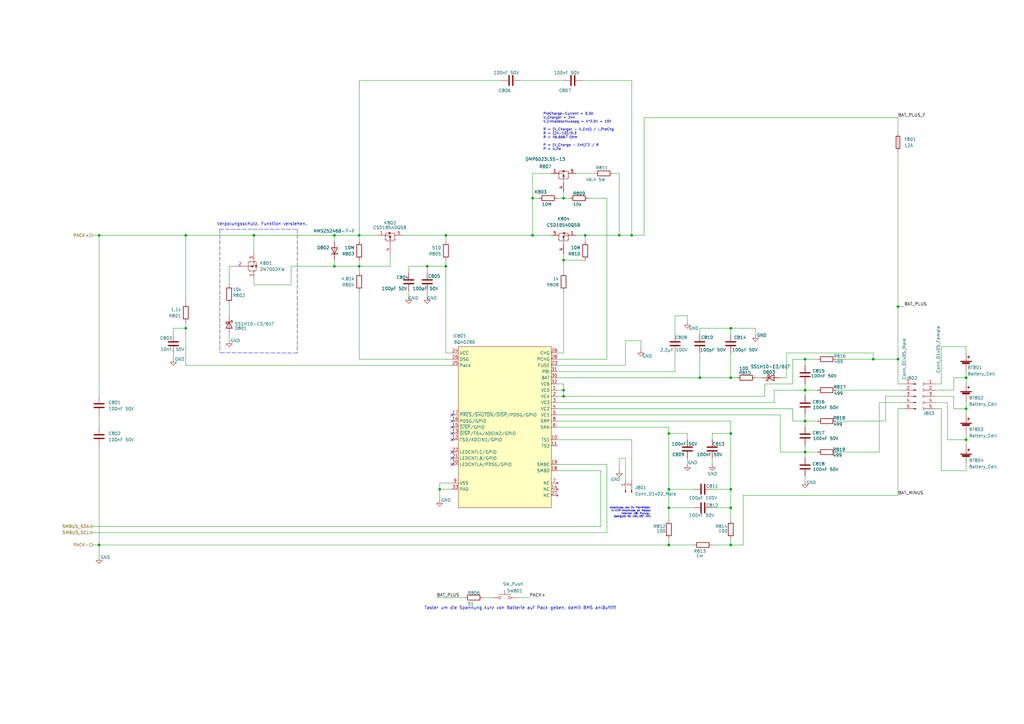
<source format=kicad_sch>
(kicad_sch (version 20231120) (generator "eeschema") (generator_version "8.0")
  (paper "A3")
  (title_block (date "2022-01-24"))
  (lib_symbols
    (symbol "Connector:Conn_01x02_Male" (pin_names (offset 1.016) hide)
      (property "Reference" "J" (at 0 2.54 0))
      (property "Value" "Conn_01x02_Male" (at 0 -5.08 0))
      (symbol "Conn_01x02_Male_1_1"
        (polyline (pts (xy 1.27 -2.54) (xy 0.8636 -2.54)) (stroke (width 0.1524)))
        (polyline (pts (xy 1.27 0) (xy 0.8636 0)) (stroke (width 0.1524)))
        (rectangle (start 0.8636 -2.413) (end 0 -2.667) (stroke (width 0.1524)) (fill (type outline)))
        (rectangle (start 0.8636 0.127) (end 0 -0.127) (stroke (width 0.1524)) (fill (type outline)))
        (pin passive line (at 5.08 0 180) (length 3.81) (name "Pin_1") (number "1"))
        (pin passive line (at 5.08 -2.54 180) (length 3.81) (name "Pin_2") (number "2"))
      )
    )
    (symbol "Connector:Conn_01x05_Female" (pin_names (offset 1.016) hide)
      (property "Reference" "J" (at 0 7.62 0))
      (property "Value" "Conn_01x05_Female" (at 0 -7.62 0))
      (symbol "Conn_01x05_Female_1_1"
        (arc (start 0 -4.572) (mid -0.5058 -5.08) (end 0 -5.588) (stroke (width 0.1524)))
        (arc (start 0 -2.032) (mid -0.5058 -2.54) (end 0 -3.048) (stroke (width 0.1524)))
        (polyline (pts (xy -1.27 -5.08) (xy -0.508 -5.08)) (stroke (width 0.1524)))
        (polyline (pts (xy -1.27 -2.54) (xy -0.508 -2.54)) (stroke (width 0.1524)))
        (polyline (pts (xy -1.27 0) (xy -0.508 0)) (stroke (width 0.1524)))
        (polyline (pts (xy -1.27 2.54) (xy -0.508 2.54)) (stroke (width 0.1524)))
        (polyline (pts (xy -1.27 5.08) (xy -0.508 5.08)) (stroke (width 0.1524)))
        (arc (start 0 0.508) (mid -0.5058 0) (end 0 -0.508) (stroke (width 0.1524)))
        (arc (start 0 3.048) (mid -0.5058 2.54) (end 0 2.032) (stroke (width 0.1524)))
        (arc (start 0 5.588) (mid -0.5058 5.08) (end 0 4.572) (stroke (width 0.1524)))
        (pin passive line (at -5.08 5.08 0) (length 3.81) (name "Pin_1") (number "1"))
        (pin passive line (at -5.08 2.54 0) (length 3.81) (name "Pin_2") (number "2"))
        (pin passive line (at -5.08 0 0) (length 3.81) (name "Pin_3") (number "3"))
        (pin passive line (at -5.08 -2.54 0) (length 3.81) (name "Pin_4") (number "4"))
        (pin passive line (at -5.08 -5.08 0) (length 3.81) (name "Pin_5") (number "5"))
      )
    )
    (symbol "Connector:Conn_01x05_Male" (pin_names (offset 1.016) hide)
      (property "Reference" "J" (at 0 7.62 0))
      (property "Value" "Conn_01x05_Male" (at 0 -7.62 0))
      (symbol "Conn_01x05_Male_1_1"
        (polyline (pts (xy 1.27 -5.08) (xy 0.8636 -5.08)) (stroke (width 0.1524)))
        (polyline (pts (xy 1.27 -2.54) (xy 0.8636 -2.54)) (stroke (width 0.1524)))
        (polyline (pts (xy 1.27 0) (xy 0.8636 0)) (stroke (width 0.1524)))
        (polyline (pts (xy 1.27 2.54) (xy 0.8636 2.54)) (stroke (width 0.1524)))
        (polyline (pts (xy 1.27 5.08) (xy 0.8636 5.08)) (stroke (width 0.1524)))
        (rectangle (start 0.8636 -4.953) (end 0 -5.207) (stroke (width 0.1524)) (fill (type outline)))
        (rectangle (start 0.8636 -2.413) (end 0 -2.667) (stroke (width 0.1524)) (fill (type outline)))
        (rectangle (start 0.8636 0.127) (end 0 -0.127) (stroke (width 0.1524)) (fill (type outline)))
        (rectangle (start 0.8636 2.667) (end 0 2.413) (stroke (width 0.1524)) (fill (type outline)))
        (rectangle (start 0.8636 5.207) (end 0 4.953) (stroke (width 0.1524)) (fill (type outline)))
        (pin passive line (at 5.08 5.08 180) (length 3.81) (name "Pin_1") (number "1"))
        (pin passive line (at 5.08 2.54 180) (length 3.81) (name "Pin_2") (number "2"))
        (pin passive line (at 5.08 0 180) (length 3.81) (name "Pin_3") (number "3"))
        (pin passive line (at 5.08 -2.54 180) (length 3.81) (name "Pin_4") (number "4"))
        (pin passive line (at 5.08 -5.08 180) (length 3.81) (name "Pin_5") (number "5"))
      )
    )
    (symbol "Device:Battery_Cell" (pin_numbers hide) (pin_names (offset 0) hide)
      (property "Reference" "BT" (at 2.54 2.54 0))
      (property "Value" "Battery_Cell" (at 2.54 0 0))
      (symbol "Battery_Cell_0_1"
        (rectangle (start -2.286 1.778) (end 2.286 1.524) (fill (type outline)))
        (rectangle (start -1.5748 1.1938) (end 1.4732 0.6858) (fill (type outline)))
        (polyline (pts (xy 0 0.762) (xy 0 0)))
        (polyline (pts (xy 0 1.778) (xy 0 2.54)))
        (polyline (pts (xy 0.508 3.429) (xy 1.524 3.429)) (stroke (width 0.254)))
        (polyline (pts (xy 1.016 3.937) (xy 1.016 2.921)) (stroke (width 0.254)))
      )
      (symbol "Battery_Cell_1_1"
        (pin passive line (at 0 5.08 270) (length 2.54) (name "+") (number "1"))
        (pin passive line (at 0 -2.54 90) (length 2.54) (name "-") (number "2"))
      )
    )
    (symbol "Device:C" (pin_numbers hide) (pin_names (offset 0.254))
      (property "Reference" "C" (at 0.635 2.54 0))
      (property "Value" "C" (at 0.635 -2.54 0))
      (symbol "C_0_1"
        (polyline (pts (xy -2.032 -0.762) (xy 2.032 -0.762)) (stroke (width 0.508)))
        (polyline (pts (xy -2.032 0.762) (xy 2.032 0.762)) (stroke (width 0.508)))
      )
      (symbol "C_1_1"
        (pin passive line (at 0 3.81 270) (length 2.794) (name "~") (number "1"))
        (pin passive line (at 0 -3.81 90) (length 2.794) (name "~") (number "2"))
      )
    )
    (symbol "Device:D_Schottky" (pin_numbers hide) (pin_names (offset 1.016) hide)
      (property "Reference" "D" (at 0 2.54 0))
      (property "Value" "D_Schottky" (at 0 -2.54 0))
      (symbol "D_Schottky_0_1"
        (polyline (pts (xy 1.27 0) (xy -1.27 0)))
        (polyline (pts (xy 1.27 1.27) (xy 1.27 -1.27) (xy -1.27 0) (xy 1.27 1.27)) (stroke (width 0.254)))
        (polyline (pts (xy -1.905 0.635) (xy -1.905 1.27) (xy -1.27 1.27) (xy -1.27 -1.27) (xy -0.635 -1.27) (xy -0.635 -0.635)) (stroke (width 0.254)))
      )
      (symbol "D_Schottky_1_1"
        (pin passive line (at -3.81 0 0) (length 2.54) (name "K") (number "1"))
        (pin passive line (at 3.81 0 180) (length 2.54) (name "A") (number "2"))
      )
    )
    (symbol "Device:D_Zener" (pin_numbers hide) (pin_names (offset 1.016) hide)
      (property "Reference" "D" (at 0 2.54 0))
      (property "Value" "D_Zener" (at 0 -2.54 0))
      (symbol "D_Zener_0_1"
        (polyline (pts (xy 1.27 0) (xy -1.27 0)))
        (polyline (pts (xy -1.27 -1.27) (xy -1.27 1.27) (xy -0.762 1.27)) (stroke (width 0.254)))
        (polyline (pts (xy 1.27 -1.27) (xy 1.27 1.27) (xy -1.27 0) (xy 1.27 -1.27)) (stroke (width 0.254)))
      )
      (symbol "D_Zener_1_1"
        (pin passive line (at -3.81 0 0) (length 2.54) (name "K") (number "1"))
        (pin passive line (at 3.81 0 180) (length 2.54) (name "A") (number "2"))
      )
    )
    (symbol "Device:Fuse" (pin_numbers hide) (pin_names (offset 0))
      (property "Reference" "F" (at 2.032 0 90))
      (property "Value" "Fuse" (at -1.905 0 90))
      (symbol "Fuse_0_1"
        (rectangle (start -0.762 -2.54) (end 0.762 2.54) (stroke (width 0.254)))
        (polyline (pts (xy 0 2.54) (xy 0 -2.54)))
      )
      (symbol "Fuse_1_1"
        (pin passive line (at 0 3.81 270) (length 1.27) (name "~") (number "1"))
        (pin passive line (at 0 -3.81 90) (length 1.27) (name "~") (number "2"))
      )
    )
    (symbol "Device:R" (pin_numbers hide) (pin_names (offset 0))
      (property "Reference" "R" (at 2.032 0 90))
      (property "Value" "R" (at 0 0 90))
      (symbol "R_0_1"
        (rectangle (start -1.016 -2.54) (end 1.016 2.54) (stroke (width 0.254)))
      )
      (symbol "R_1_1"
        (pin passive line (at 0 3.81 270) (length 1.27) (name "~") (number "1"))
        (pin passive line (at 0 -3.81 90) (length 1.27) (name "~") (number "2"))
      )
    )
    (symbol "HER_Symbole:BQ40Z80"
      (property "Reference" "U?" (at -6.985 -7.62 0))
      (property "Value" "BQ40Z80" (at -6.985 -10.16 0))
      (symbol "BQ40Z80_0_1"
        (rectangle (start -12.7 -12.7) (end 25.4 -78.74) (fill (type background)))
        (rectangle (start 7.62 -25.4) (end 7.62 -25.4))
      )
      (symbol "BQ40Z80_1_1"
        (pin input line (at -15.24 -30.48 0) (length 2.54) (name "VC5") (number "1"))
        (pin bidirectional line (at -15.24 -50.8 0) (length 2.54) (name "TS1") (number "10"))
        (pin input line (at -15.24 -53.34 0) (length 2.54) (name "TS2") (number "11"))
        (pin bidirectional line (at 27.94 -50.8 180) (length 2.54) (name "TS3/ADCIN1/GPIO") (number "12"))
        (pin bidirectional line (at 27.94 -48.26 180) (length 2.54) (name "~{DISP}/TS4/ADCIN2/GPIO") (number "13"))
        (pin no_connect line (at -15.24 -71.12 0) (length 2.54) (name "NC") (number "14"))
        (pin bidirectional line (at 27.94 -45.72 180) (length 2.54) (name "~{DISP}/GPIO") (number "15"))
        (pin bidirectional line (at 27.94 -43.18 180) (length 2.54) (name "PDSG/GPIO") (number "16"))
        (pin bidirectional line (at 27.94 -40.64 180) (length 2.54) (name "~{PRES}/~{SHUTDN}/~{DISP}/PDSG/GPIO") (number "17"))
        (pin bidirectional line (at -15.24 -63.5 0) (length 2.54) (name "SMBD") (number "18"))
        (pin bidirectional line (at -15.24 -60.96 0) (length 2.54) (name "SMBC") (number "19"))
        (pin input line (at -15.24 -33.02 0) (length 2.54) (name "VC4") (number "2"))
        (pin output line (at 27.94 -60.96 180) (length 2.54) (name "LEDCNTLA/PDSG/GPIO") (number "20"))
        (pin output line (at 27.94 -58.42 180) (length 2.54) (name "LEDCNTLB/GPIO") (number "21"))
        (pin output line (at 27.94 -55.88 180) (length 2.54) (name "LEDCNTLC/GPIO") (number "22"))
        (pin output line (at -15.24 -20.32 0) (length 2.54) (name "FUSE") (number "23"))
        (pin power_in line (at 27.94 -15.24 180) (length 2.54) (name "VCC") (number "24"))
        (pin output line (at 27.94 -20.32 180) (length 2.54) (name "Pack") (number "25"))
        (pin output line (at 27.94 -17.78 180) (length 2.54) (name "DSG") (number "26"))
        (pin no_connect line (at -15.24 -73.66 0) (length 2.54) (name "NC") (number "27"))
        (pin output line (at -15.24 -17.78 0) (length 2.54) (name "PCHG") (number "28"))
        (pin output line (at -15.24 -15.24 0) (length 2.54) (name "CHG") (number "29"))
        (pin input line (at -15.24 -35.56 0) (length 2.54) (name "VC3") (number "3"))
        (pin power_in line (at -15.24 -25.4 0) (length 2.54) (name "BAT") (number "30"))
        (pin power_in line (at -15.24 -22.86 0) (length 2.54) (name "PBI") (number "31"))
        (pin input line (at -15.24 -27.94 0) (length 2.54) (name "VC6") (number "32"))
        (pin passive line (at 27.94 -71.12 180) (length 2.54) (name "PAD") (number "33"))
        (pin input line (at -15.24 -38.1 0) (length 2.54) (name "VC2") (number "4"))
        (pin input line (at -15.24 -40.64 0) (length 2.54) (name "VC1") (number "5"))
        (pin input line (at -15.24 -45.72 0) (length 2.54) (name "SRN") (number "6"))
        (pin no_connect line (at -15.24 -68.58 0) (length 2.54) (name "NC") (number "7"))
        (pin input line (at -15.24 -43.18 0) (length 2.54) (name "SRP") (number "8"))
        (pin power_in line (at 27.94 -68.58 180) (length 2.54) (name "VSS") (number "9"))
      )
    )
    (symbol "HER_Symbole:NMOS_FET"
      (property "Reference" "K" (at 5.461 2.159 0))
      (property "Value" "NMOS_FET" (at 8.255 5.334 0))
      (symbol "NMOS_FET_0_1"
        (circle (center 0 -1.905) (radius 0.127))
        (polyline (pts (xy -3.81 0) (xy -2.286 0)))
        (polyline (pts (xy -2.286 -1.905) (xy -2.286 1.905)))
        (polyline (pts (xy -1.778 -1.524) (xy -1.778 -2.286)))
        (polyline (pts (xy -1.778 0.381) (xy -1.778 -0.381)))
        (polyline (pts (xy -1.778 1.905) (xy 0 1.905)))
        (polyline (pts (xy -1.778 2.286) (xy -1.778 1.524)))
        (polyline (pts (xy 0.508 -0.254) (xy 1.27 -0.254)))
        (polyline (pts (xy -1.778 0) (xy 0 0) (xy 0 2.032)))
        (polyline (pts (xy -1.397 0) (xy -0.508 0.381) (xy -0.508 -0.381) (xy -1.397 0)) (fill (type outline)))
        (polyline (pts (xy 0.889 -0.254) (xy 1.27 0.381) (xy 0.508 0.381) (xy 0.889 -0.254)) (fill (type outline)))
        (polyline (pts (xy -1.778 -1.905) (xy 0.254 -1.905) (xy 0.889 -1.905) (xy 0.889 1.905) (xy 0.254 1.905) (xy 0 1.905)))
        (circle (center 0 1.905) (radius 0.127))
      )
      (symbol "NMOS_FET_1_1"
        (pin passive line (at 0 -5.08 90) (length 3.048) (name "") (number "1"))
        (pin passive line (at -7.62 0 0) (length 3.81) (name "") (number "2"))
        (pin passive line (at 0 5.08 270) (length 3.048) (name "") (number "3"))
      )
    )
    (symbol "HER_Symbole:NMOS_FET_8-Pin+EP"
      (property "Reference" "K" (at 0.127 4.318 0))
      (property "Value" "NMOS_FET_8-Pin+EP" (at -3.81 7.366 0))
      (symbol "NMOS_FET_8-Pin+EP_0_1"
        (polyline (pts (xy 3.81 0) (xy 5.334 0)))
        (polyline (pts (xy 5.334 -1.905) (xy 5.334 1.905)))
        (polyline (pts (xy 5.842 -1.524) (xy 5.842 -2.286)))
        (polyline (pts (xy 5.842 0.381) (xy 5.842 -0.381)))
        (polyline (pts (xy 5.842 1.905) (xy 7.62 1.905)))
        (polyline (pts (xy 5.842 2.286) (xy 5.842 1.524)))
        (polyline (pts (xy 8.128 -0.127) (xy 8.89 -0.127)))
        (polyline (pts (xy 5.842 0) (xy 7.62 0) (xy 7.62 2.032)))
        (polyline (pts (xy 6.35 0) (xy 7.239 0.381) (xy 7.239 -0.381) (xy 6.35 0)) (fill (type outline)))
        (polyline (pts (xy 8.509 -0.127) (xy 8.128 0.508) (xy 8.89 0.508) (xy 8.509 -0.127)) (fill (type outline)))
        (polyline (pts (xy 5.842 -1.905) (xy 7.874 -1.905) (xy 8.509 -1.905) (xy 8.509 1.905) (xy 7.874 1.905) (xy 7.62 1.905)))
        (circle (center 7.62 -1.905) (radius 0.127))
        (circle (center 7.62 1.905) (radius 0.127))
      )
      (symbol "NMOS_FET_8-Pin+EP_1_1"
        (pin passive line (at 7.62 5.08 270) (length 3.048) (name "") (number "1"))
        (pin passive line (at 7.62 5.08 270) (length 3.048) hide (name "") (number "2"))
        (pin passive line (at 7.62 5.08 270) (length 3.048) hide (name "") (number "3"))
        (pin passive line (at 0 0 0) (length 3.81) (name "") (number "4"))
        (pin passive line (at 7.62 -5.08 90) (length 3.048) (name "") (number "5"))
        (pin passive line (at 7.62 -5.08 90) (length 3.048) hide (name "") (number "6"))
        (pin passive line (at 7.62 -5.08 90) (length 3.048) hide (name "") (number "7"))
        (pin passive line (at 7.62 -5.08 90) (length 3.048) hide (name "") (number "8"))
        (pin passive line (at 7.62 -5.08 90) (length 3.048) hide (name "") (number "9"))
      )
    )
    (symbol "HER_Symbole:PMOS_FET_SOIC-8"
      (property "Reference" "K" (at 0.127 4.318 0))
      (property "Value" "PMOS_FET_SOIC-8" (at -3.81 7.366 0))
      (symbol "PMOS_FET_SOIC-8_0_1"
        (polyline (pts (xy 3.81 0) (xy 5.334 0)))
        (polyline (pts (xy 5.334 -1.905) (xy 5.334 1.905)))
        (polyline (pts (xy 5.842 -1.524) (xy 5.842 -2.286)))
        (polyline (pts (xy 5.842 0.381) (xy 5.842 -0.381)))
        (polyline (pts (xy 5.842 1.905) (xy 7.62 1.905)))
        (polyline (pts (xy 5.842 2.286) (xy 5.842 1.524)))
        (polyline (pts (xy 8.128 0.381) (xy 8.89 0.381)))
        (polyline (pts (xy 5.842 0) (xy 7.62 0) (xy 7.62 2.032)))
        (polyline (pts (xy 7.239 0) (xy 6.35 -0.381) (xy 6.35 0.381) (xy 7.239 0)) (fill (type outline)))
        (polyline (pts (xy 8.509 0.381) (xy 8.128 -0.254) (xy 8.89 -0.254) (xy 8.509 0.381)) (fill (type outline)))
        (polyline (pts (xy 5.842 -1.905) (xy 7.874 -1.905) (xy 8.509 -1.905) (xy 8.509 1.905) (xy 7.874 1.905) (xy 7.62 1.905)))
        (circle (center 7.62 -1.905) (radius 0.127))
        (circle (center 7.62 1.905) (radius 0.127))
      )
      (symbol "PMOS_FET_SOIC-8_1_1"
        (pin passive line (at 7.62 5.08 270) (length 3.048) (name "") (number "1"))
        (pin passive line (at 7.62 5.08 270) (length 3.048) hide (name "") (number "2"))
        (pin passive line (at 7.62 5.08 270) (length 3.048) hide (name "") (number "3"))
        (pin passive line (at 0 0 0) (length 3.81) (name "") (number "4"))
        (pin passive line (at 7.62 -5.08 90) (length 3.048) (name "") (number "5"))
        (pin passive line (at 7.62 -5.08 90) (length 3.048) hide (name "") (number "6"))
        (pin passive line (at 7.62 -5.08 90) (length 3.048) hide (name "") (number "7"))
        (pin passive line (at 7.62 -5.08 90) (length 3.048) hide (name "") (number "8"))
      )
    )
    (symbol "Switch:SW_Push" (pin_numbers hide) (pin_names (offset 1.016) hide)
      (property "Reference" "SW" (at 1.27 2.54 0))
      (property "Value" "SW_Push" (at 0 -1.524 0))
      (symbol "SW_Push_0_1"
        (circle (center -2.032 0) (radius 0.508))
        (polyline (pts (xy 0 1.27) (xy 0 3.048)))
        (polyline (pts (xy 2.54 1.27) (xy -2.54 1.27)))
        (circle (center 2.032 0) (radius 0.508))
        (pin passive line (at -5.08 0 0) (length 2.54) (name "1") (number "1"))
        (pin passive line (at 5.08 0 180) (length 2.54) (name "2") (number "2"))
      )
    )
    (symbol "power:GND" (power) (pin_names (offset 0))
      (property "Value" "GND" (at 0 -3.81 0))
      (symbol "GND_0_1"
        (polyline (pts (xy 0 0) (xy 0 -1.27) (xy 1.27 -1.27) (xy 0 -2.54) (xy -1.27 -1.27) (xy 0 -1.27)))
      )
      (symbol "GND_1_1"
        (pin power_in line (at 0 0 270) (length 0) hide (name "GND") (number "1"))
      )
    )
  )
  (junction (at 231.14 81.28))
  (junction (at 274.32 208.28))
  (junction (at 330.2 185.42))
  (junction (at 104.14 96.52))
  (junction (at 299.72 154.94))
  (junction (at 240.03 96.52))
  (junction (at 396.24 167.64))
  (junction (at 76.2 134.62))
  (junction (at 274.32 223.52))
  (junction (at 182.88 109.22))
  (junction (at 254 96.52))
  (junction (at 358.14 147.32))
  (junction (at 299.72 208.28))
  (junction (at 40.64 223.52))
  (junction (at 175.26 109.22))
  (junction (at 76.2 96.52))
  (junction (at 330.2 147.32))
  (junction (at 218.44 96.52))
  (junction (at 368.3 125.73))
  (junction (at 147.32 109.22))
  (junction (at 396.24 154.94))
  (junction (at 40.64 96.52))
  (junction (at 231.14 162.56))
  (junction (at 287.02 154.94))
  (junction (at 147.32 96.52))
  (junction (at 137.16 109.22))
  (junction (at 299.72 200.66))
  (junction (at 330.2 160.02))
  (junction (at 299.72 223.52))
  (junction (at 274.32 177.8))
  (junction (at 259.08 96.52))
  (junction (at 137.16 96.52))
  (junction (at 299.72 177.8))
  (junction (at 330.2 172.72))
  (junction (at 218.44 81.28))
  (junction (at 180.34 200.66))
  (junction (at 231.14 160.02))
  (junction (at 274.32 200.66))
  (junction (at 368.3 147.32))
  (junction (at 182.88 96.52))
  (junction (at 299.72 134.62))
  (junction (at 396.24 180.34))
  (junction (at 231.14 106.68))
  (no_connect (at 185.42 170.18))
  (no_connect (at 185.42 180.34))
  (no_connect (at 185.42 177.8))
  (no_connect (at 185.42 175.26))
  (no_connect (at 185.42 172.72))
  (no_connect (at 185.42 190.5))
  (no_connect (at 185.42 187.96))
  (no_connect (at 185.42 185.42))
  (wire (pts (xy 335.28 172.72) (xy 330.2 172.72)))
  (wire (pts (xy 330.2 160.02) (xy 330.2 162.306)))
  (wire (pts (xy 231.14 157.48) (xy 231.14 160.02)))
  (wire (pts (xy 40.64 170.18) (xy 40.64 175.26)))
  (wire (pts (xy 335.28 160.02) (xy 330.2 160.02)))
  (wire (pts (xy 119.38 109.22) (xy 137.16 109.22)))
  (wire (pts (xy 147.32 147.32) (xy 185.42 147.32)))
  (wire (pts (xy 104.14 96.52) (xy 137.16 96.52)))
  (wire (pts (xy 287.02 134.62) (xy 287.02 137.16)))
  (wire (pts (xy 299.72 220.98) (xy 299.72 223.52)))
  (wire (pts (xy 383.54 160.02) (xy 391.16 160.02)))
  (wire (pts (xy 281.94 187.96) (xy 281.94 190.5)))
  (wire (pts (xy 274.32 208.28) (xy 274.32 200.66)))
  (wire (pts (xy 299.72 172.72) (xy 299.72 177.8)))
  (wire (pts (xy 368.3 48.26) (xy 368.3 54.61)))
  (wire (pts (xy 231.14 81.28) (xy 233.68 81.28)))
  (wire (pts (xy 396.24 144.78) (xy 396.24 142.24)))
  (wire (pts (xy 370.586 162.56) (xy 363.22 162.56)))
  (wire (pts (xy 93.98 137.16) (xy 93.98 139.7)))
  (wire (pts (xy 231.14 119.38) (xy 231.14 144.78)))
  (wire (pts (xy 218.44 71.12) (xy 218.44 81.28)))
  (wire (pts (xy 185.42 144.78) (xy 182.88 144.78)))
  (wire (pts (xy 256.54 187.96) (xy 254 187.96)))
  (wire (pts (xy 240.03 96.52) (xy 240.03 99.06)))
  (polyline (pts (xy 90.17 93.98) (xy 121.92 93.98)) (stroke (width 0) (type dash)))
  (wire (pts (xy 96.52 109.22) (xy 93.98 109.22)))
  (wire (pts (xy 330.2 160.02) (xy 317.5 160.02)))
  (wire (pts (xy 368.3 125.73) (xy 368.3 147.32)))
  (wire (pts (xy 179.07 245.11) (xy 190.5 245.11)))
  (wire (pts (xy 386.08 193.04) (xy 396.24 193.04)))
  (wire (pts (xy 231.14 162.56) (xy 313.69 162.56)))
  (wire (pts (xy 119.38 116.84) (xy 119.38 109.22)))
  (wire (pts (xy 93.98 109.22) (xy 93.98 116.84)))
  (wire (pts (xy 218.44 96.52) (xy 226.06 96.52)))
  (wire (pts (xy 370.586 167.64) (xy 368.3 167.64)))
  (wire (pts (xy 284.48 208.28) (xy 274.32 208.28)))
  (wire (pts (xy 212.09 245.11) (xy 217.17 245.11)))
  (wire (pts (xy 330.2 169.926) (xy 330.2 172.72)))
  (wire (pts (xy 254 187.96) (xy 254 193.04)))
  (wire (pts (xy 309.88 134.62) (xy 309.88 137.4775)))
  (wire (pts (xy 231.14 104.14) (xy 231.14 106.68)))
  (wire (pts (xy 180.34 200.66) (xy 185.42 200.66)))
  (wire (pts (xy 304.8 223.52) (xy 304.8 203.2)))
  (wire (pts (xy 147.32 119.38) (xy 147.32 147.32)))
  (wire (pts (xy 368.3 62.23) (xy 368.3 125.73)))
  (polyline (pts (xy 121.92 119.126) (xy 121.92 144.78)) (stroke (width 0) (type dash)))
  (wire (pts (xy 322.58 144.78) (xy 322.58 154.94)))
  (wire (pts (xy 386.08 167.64) (xy 386.08 193.04)))
  (wire (pts (xy 342.9 147.32) (xy 358.14 147.32)))
  (wire (pts (xy 299.72 177.8) (xy 292.1 177.8)))
  (wire (pts (xy 370.84 125.73) (xy 368.3 125.73)))
  (wire (pts (xy 388.62 180.34) (xy 396.24 180.34)))
  (wire (pts (xy 71.12 134.62) (xy 71.12 137.16)))
  (wire (pts (xy 104.14 96.52) (xy 104.14 104.14)))
  (wire (pts (xy 299.72 208.28) (xy 292.1 208.28)))
  (wire (pts (xy 40.64 96.52) (xy 76.2 96.52)))
  (wire (pts (xy 325.12 147.32) (xy 325.12 157.48)))
  (wire (pts (xy 330.2 149.86) (xy 330.2 147.32)))
  (wire (pts (xy 330.2 195.326) (xy 330.2 197.612)))
  (wire (pts (xy 335.28 185.42) (xy 330.2 185.42)))
  (wire (pts (xy 228.6 81.28) (xy 231.14 81.28)))
  (wire (pts (xy 231.14 160.02) (xy 231.14 162.56)))
  (wire (pts (xy 256.54 139.7) (xy 262.89 139.7)))
  (wire (pts (xy 299.72 223.52) (xy 304.8 223.52)))
  (wire (pts (xy 330.2 182.626) (xy 330.2 185.42)))
  (wire (pts (xy 228.6 144.78) (xy 231.14 144.78)))
  (wire (pts (xy 160.02 109.22) (xy 160.02 104.14)))
  (wire (pts (xy 281.94 177.8) (xy 281.94 180.34)))
  (wire (pts (xy 299.72 144.78) (xy 299.72 154.94)))
  (wire (pts (xy 254 96.52) (xy 259.08 96.52)))
  (wire (pts (xy 342.9 160.02) (xy 370.586 160.02)))
  (wire (pts (xy 299.72 134.62) (xy 287.02 134.62)))
  (wire (pts (xy 254 71.12) (xy 254 96.52)))
  (wire (pts (xy 342.9 172.72) (xy 363.22 172.72)))
  (wire (pts (xy 228.6 172.72) (xy 299.72 172.72)))
  (wire (pts (xy 360.68 165.1) (xy 360.68 185.42)))
  (wire (pts (xy 147.32 96.52) (xy 147.32 33.02)))
  (wire (pts (xy 299.72 177.8) (xy 299.72 200.66)))
  (wire (pts (xy 137.16 96.52) (xy 147.32 96.52)))
  (wire (pts (xy 330.2 185.42) (xy 330.2 187.706)))
  (wire (pts (xy 147.32 96.52) (xy 147.32 99.06)))
  (wire (pts (xy 386.08 142.24) (xy 386.08 157.48)))
  (wire (pts (xy 325.12 167.64) (xy 325.12 172.72)))
  (wire (pts (xy 322.58 144.78) (xy 358.14 144.78)))
  (wire (pts (xy 358.14 147.32) (xy 358.14 144.78)))
  (wire (pts (xy 175.26 119.38) (xy 175.26 121.92)))
  (wire (pts (xy 383.54 162.56) (xy 391.16 162.56)))
  (wire (pts (xy 137.16 96.52) (xy 137.16 99.06)))
  (wire (pts (xy 330.2 185.42) (xy 320.04 185.42)))
  (wire (pts (xy 40.64 96.52) (xy 40.64 162.56)))
  (wire (pts (xy 299.72 134.62) (xy 309.88 134.62)))
  (wire (pts (xy 182.88 99.06) (xy 182.88 96.52)))
  (wire (pts (xy 228.6 152.4) (xy 276.86 152.4)))
  (wire (pts (xy 167.64 109.22) (xy 167.64 111.76)))
  (wire (pts (xy 240.03 96.52) (xy 254 96.52)))
  (wire (pts (xy 274.32 200.66) (xy 274.32 177.8)))
  (wire (pts (xy 391.16 154.94) (xy 396.24 154.94)))
  (wire (pts (xy 284.48 223.52) (xy 274.32 223.52)))
  (wire (pts (xy 76.2 96.52) (xy 104.14 96.52)))
  (wire (pts (xy 228.6 154.94) (xy 287.02 154.94)))
  (wire (pts (xy 396.24 180.34) (xy 396.24 182.88)))
  (wire (pts (xy 104.14 116.84) (xy 119.38 116.84)))
  (wire (pts (xy 299.72 200.66) (xy 299.72 208.28)))
  (wire (pts (xy 226.06 71.12) (xy 218.44 71.12)))
  (wire (pts (xy 396.24 154.94) (xy 396.24 157.226)))
  (polyline (pts (xy 121.92 119.38) (xy 121.92 119.126)) (stroke (width 0) (type dash)))
  (wire (pts (xy 383.54 157.48) (xy 386.08 157.48)))
  (wire (pts (xy 256.54 187.96) (xy 256.54 196.85)))
  (wire (pts (xy 147.32 96.52) (xy 154.94 96.52)))
  (wire (pts (xy 185.42 149.86) (xy 76.2 149.86)))
  (wire (pts (xy 228.6 162.56) (xy 231.14 162.56)))
  (wire (pts (xy 40.64 223.52) (xy 274.32 223.52)))
  (wire (pts (xy 38.1 223.4565) (xy 40.64 223.52)))
  (wire (pts (xy 368.3 147.32) (xy 368.3 157.48)))
  (wire (pts (xy 396.24 142.24) (xy 386.08 142.24)))
  (wire (pts (xy 330.2 147.32) (xy 325.12 147.32)))
  (wire (pts (xy 38.1 215.9) (xy 246.38 215.9)))
  (wire (pts (xy 228.6 167.64) (xy 325.12 167.64)))
  (wire (pts (xy 320.04 154.94) (xy 322.58 154.94)))
  (wire (pts (xy 246.38 193.04) (xy 228.6 193.04)))
  (wire (pts (xy 274.32 177.8) (xy 281.94 177.8)))
  (wire (pts (xy 330.2 157.48) (xy 330.2 160.02)))
  (wire (pts (xy 236.22 71.12) (xy 243.84 71.12)))
  (wire (pts (xy 147.32 33.02) (xy 205.74 33.02)))
  (wire (pts (xy 309.88 154.94) (xy 312.42 154.94)))
  (wire (pts (xy 388.62 165.1) (xy 388.62 180.34)))
  (wire (pts (xy 147.32 106.68) (xy 147.32 109.22)))
  (wire (pts (xy 396.24 164.846) (xy 396.24 167.64)))
  (wire (pts (xy 383.54 167.64) (xy 386.08 167.64)))
  (wire (pts (xy 248.92 81.28) (xy 248.92 147.32)))
  (wire (pts (xy 76.2 124.46) (xy 76.2 96.52)))
  (wire (pts (xy 76.2 132.08) (xy 76.2 134.62)))
  (wire (pts (xy 274.32 175.26) (xy 274.32 177.8)))
  (wire (pts (xy 236.22 96.52) (xy 240.03 96.52)))
  (wire (pts (xy 104.14 114.3) (xy 104.14 116.84)))
  (wire (pts (xy 396.24 167.64) (xy 396.24 170.18)))
  (wire (pts (xy 292.1 187.96) (xy 292.1 190.5)))
  (wire (pts (xy 76.2 134.62) (xy 76.2 149.86)))
  (wire (pts (xy 360.68 165.1) (xy 370.586 165.1)))
  (wire (pts (xy 383.54 165.1) (xy 388.62 165.1)))
  (wire (pts (xy 167.64 119.38) (xy 167.64 121.92)))
  (wire (pts (xy 231.14 78.74) (xy 231.14 81.28)))
  (wire (pts (xy 165.1 96.52) (xy 182.88 96.52)))
  (wire (pts (xy 93.98 124.46) (xy 93.98 129.54)))
  (wire (pts (xy 38.1 218.44) (xy 248.92 218.44)))
  (wire (pts (xy 259.08 96.52) (xy 264.16 96.52)))
  (polyline (pts (xy 121.92 144.78) (xy 90.17 144.7165)) (stroke (width 0) (type dash)))
  (wire (pts (xy 274.32 208.28) (xy 274.32 213.36)))
  (wire (pts (xy 368.3 157.48) (xy 370.586 157.48)))
  (wire (pts (xy 396.24 177.8) (xy 396.24 180.34)))
  (wire (pts (xy 302.26 154.94) (xy 299.72 154.94)))
  (wire (pts (xy 313.69 157.48) (xy 325.12 157.48)))
  (wire (pts (xy 213.36 33.02) (xy 231.14 33.02)))
  (wire (pts (xy 38.1 96.52) (xy 40.64 96.52)))
  (wire (pts (xy 325.12 172.72) (xy 330.2 172.72)))
  (wire (pts (xy 182.88 106.68) (xy 182.88 109.22)))
  (wire (pts (xy 228.6 157.48) (xy 231.14 157.48)))
  (wire (pts (xy 276.86 129.54) (xy 276.86 137.16)))
  (wire (pts (xy 330.2 172.72) (xy 330.2 175.006)))
  (wire (pts (xy 274.32 200.66) (xy 284.48 200.66)))
  (wire (pts (xy 71.12 134.62) (xy 76.2 134.62)))
  (wire (pts (xy 262.89 139.7) (xy 262.89 143.51)))
  (wire (pts (xy 368.3 167.64) (xy 368.3 203.2)))
  (wire (pts (xy 246.38 215.9) (xy 246.38 193.04)))
  (wire (pts (xy 335.28 147.32) (xy 330.2 147.32)))
  (wire (pts (xy 264.16 48.26) (xy 368.3 48.26)))
  (wire (pts (xy 228.6 160.02) (xy 231.14 160.02)))
  (wire (pts (xy 228.6 180.34) (xy 259.08 180.34)))
  (polyline (pts (xy 90.17 93.98) (xy 90.17 144.7165)) (stroke (width 0) (type dash)))
  (wire (pts (xy 287.02 154.94) (xy 299.72 154.94)))
  (wire (pts (xy 231.14 106.68) (xy 240.03 106.68)))
  (wire (pts (xy 317.5 165.1) (xy 317.5 160.02)))
  (wire (pts (xy 218.44 81.28) (xy 220.98 81.28)))
  (wire (pts (xy 256.54 149.86) (xy 256.54 139.7)))
  (wire (pts (xy 358.14 147.32) (xy 368.3 147.32)))
  (wire (pts (xy 276.86 129.54) (xy 281.94 129.54)))
  (wire (pts (xy 228.6 175.26) (xy 274.32 175.26)))
  (wire (pts (xy 228.6 170.18) (xy 320.04 170.18)))
  (wire (pts (xy 299.72 223.52) (xy 292.1 223.52)))
  (wire (pts (xy 175.26 109.22) (xy 182.88 109.22)))
  (wire (pts (xy 137.16 106.68) (xy 137.16 109.22)))
  (wire (pts (xy 198.12 245.11) (xy 201.93 245.11)))
  (wire (pts (xy 228.6 147.32) (xy 248.92 147.32)))
  (wire (pts (xy 391.16 167.64) (xy 396.24 167.64)))
  (wire (pts (xy 259.08 33.02) (xy 259.08 96.52)))
  (wire (pts (xy 137.16 109.22) (xy 147.32 109.22)))
  (wire (pts (xy 292.1 177.8) (xy 292.1 180.34)))
  (wire (pts (xy 182.88 96.52) (xy 218.44 96.52)))
  (wire (pts (xy 228.6 149.86) (xy 256.54 149.86)))
  (wire (pts (xy 182.88 109.22) (xy 182.88 144.78)))
  (wire (pts (xy 342.9 185.42) (xy 360.68 185.42)))
  (wire (pts (xy 363.22 162.56) (xy 363.22 172.72)))
  (wire (pts (xy 391.16 162.56) (xy 391.16 167.64)))
  (wire (pts (xy 175.26 109.22) (xy 175.26 111.76)))
  (wire (pts (xy 264.16 48.26) (xy 264.16 96.52)))
  (wire (pts (xy 147.32 109.22) (xy 147.32 111.76)))
  (wire (pts (xy 40.64 223.52) (xy 40.64 228.6)))
  (polyline (pts (xy 121.92 93.98) (xy 121.92 119.38)) (stroke (width 0) (type dash)))
  (wire (pts (xy 147.32 109.22) (xy 160.02 109.22)))
  (wire (pts (xy 228.6 190.5) (xy 248.92 190.5)))
  (wire (pts (xy 251.46 71.12) (xy 254 71.12)))
  (wire (pts (xy 299.72 208.28) (xy 299.72 213.36)))
  (wire (pts (xy 276.86 144.78) (xy 276.86 152.4)))
  (wire (pts (xy 299.72 134.62) (xy 299.72 137.16)))
  (wire (pts (xy 292.1 200.66) (xy 299.72 200.66)))
  (wire (pts (xy 238.76 33.02) (xy 259.08 33.02)))
  (wire (pts (xy 71.12 144.78) (xy 71.12 147.32)))
  (wire (pts (xy 231.14 106.68) (xy 231.14 111.76)))
  (wire (pts (xy 241.3 81.28) (xy 248.92 81.28)))
  (wire (pts (xy 391.16 160.02) (xy 391.16 154.94)))
  (wire (pts (xy 180.34 200.66) (xy 180.34 205.105)))
  (wire (pts (xy 218.44 81.28) (xy 218.44 96.52)))
  (wire (pts (xy 259.08 180.34) (xy 259.08 196.85)))
  (wire (pts (xy 167.64 109.22) (xy 175.26 109.22)))
  (wire (pts (xy 287.02 144.78) (xy 287.02 154.94)))
  (wire (pts (xy 304.8 203.2) (xy 368.3 203.2)))
  (wire (pts (xy 320.04 185.42) (xy 320.04 170.18)))
  (wire (pts (xy 313.69 162.56) (xy 313.69 157.48)))
  (wire (pts (xy 274.32 223.52) (xy 274.32 220.98)))
  (wire (pts (xy 185.42 198.12) (xy 180.34 198.12)))
  (wire (pts (xy 396.24 193.04) (xy 396.24 190.5)))
  (wire (pts (xy 180.34 198.12) (xy 180.34 200.66)))
  (wire (pts (xy 228.6 165.1) (xy 317.5 165.1)))
  (wire (pts (xy 281.94 129.54) (xy 281.94 132.08)))
  (wire (pts (xy 248.92 190.5) (xy 248.92 218.44)))
  (wire (pts (xy 40.64 182.88) (xy 40.64 223.52)))
  (wire (pts (xy 396.24 152.4) (xy 396.24 154.94)))
  (text "PreCharge-Current = 0,3A\nV_Charger = 24V\nV_Entladeschlusspg = 4*2,5V = 10V\n\nR = (V_Charger - V_Entl) / I_PreChg\nR = (24-10)/0,3\nR = 46,6667 Ohm\n\nP = (V_Charge - Entl)^2 / R\nP = 4,2W" (at 222.758 61.849 0) (effects (font (size 1 1)) (justify left bottom)))
  (text "Verpolungsschutz. Funktion verstehen." (at 88.9 92.71 0) (effects (font (size 1.27 1.27)) (justify left bottom)))
  (text "Anschluss von 2x Thermistor.\nIn EVM Anschluss an Masse.\nInterner 18k Pullup. \nGeeignet für 10k/25° NTC" (at 267.0175 212.4075 0) (effects (font (size 0.75 0.75)) (justify right bottom)))
  (text "Taster um die Spannung kurz von Batterie auf Pack geben, damit BMS anläuft!!!" (at 173.99 250.19 0) (effects (font (size 1.27 1.27)) (justify left bottom)))
  (label "BAT_PLUS" (at 370.84 125.73 0))
  (label "BAT_MINUS" (at 368.3 203.2 0))
  (label "PACK+" (at 217.17 245.11 0))
  (label "BAT_PLUS_F" (at 368.3 48.26 0))
  (label "BAT_PLUS" (at 179.07 245.11 0))
  (hierarchical_label "PACK+" (shape input) (at 38.1 96.52 180))
  (hierarchical_label "SMBUS_SDA" (shape bidirectional) (at 38.1 215.9 180))
  (hierarchical_label "PACK-" (shape input) (at 38.1 223.4565 180))
  (hierarchical_label "SMBUS_SCL" (shape bidirectional) (at 38.1 218.44 180))
  (symbol (lib_id "power:GND") (at 281.94 132.08 0) (unit 1)
    (property "Reference" "#PWR0808" (effects (hide yes)))
    (property "Value" "GND" (at 284.48 134.62 0))
  )
  (symbol (lib_id "Device:C") (at 330.2 191.516 0) (mirror y) (unit 1)
    (property "Reference" "C818" (at 338.328 190.246 0) (effects (justify left)))
    (property "Value" "100nF 50V" (at 343.916 192.532 0) (effects (justify left)))
    (property "Footprint" "Capacitor_SMD:C_0603_1608Metric" (effects (hide yes)))
  )
  (symbol (lib_id "Device:R") (at 147.32 102.87 180) (unit 1)
    (property "Reference" "R803" (at 145.415 104.1401 0) (effects (justify left)))
    (property "Value" "10M" (at 145.415 101.6001 0) (effects (justify left)))
    (property "Footprint" "Resistor_SMD:R_0603_1608Metric" (effects (hide yes)))
  )
  (symbol (lib_id "Device:D_Zener") (at 137.16 102.87 270) (mirror x) (unit 1)
    (property "Reference" "D802" (at 135.128 101.5999 90) (effects (justify right)))
    (property "Value" "MMSZ5246B-7-F" (at 145.542 94.742 90) (effects (justify right)))
    (property "Footprint" "Diode_SMD:D_SOD-123" (effects (hide yes)))
  )
  (symbol (lib_id "HER_Symbole:BQ40Z80") (at 213.36 129.54 0) (mirror y) (unit 1)
    (property "Reference" "IC801" (at 188.468 137.795 0))
    (property "Value" "BQ40Z80" (at 190.5 140.335 0))
    (property "Footprint" "Texas:RSM32 VQFN-32-1EP_4x4mm_P0.4mm_EP1.4x1.4mm_ThermalVias" (effects (hide yes)))
  )
  (symbol (lib_id "power:GND") (at 292.1 190.5 0) (mirror y) (unit 1)
    (property "Reference" "#PWR0810" (effects (hide yes)))
    (property "Value" "GND" (at 292.227 194.31 0))
  )
  (symbol (lib_id "Device:R") (at 224.79 81.28 270) (unit 1)
    (property "Reference" "R807" (at 221.107 68.326 90) (effects (justify left)))
    (property "Value" "10M" (at 222.25 83.82 90) (effects (justify left)))
    (property "Footprint" "Resistor_SMD:R_0603_1608Metric" (effects (hide yes)))
  )
  (symbol (lib_id "Device:C") (at 276.86 140.97 0) (mirror x) (unit 1)
    (property "Reference" "C808" (at 279.4 138.43 0))
    (property "Value" "2,2µF 100V" (at 276.352 143.51 0))
    (property "Footprint" "Capacitor_SMD:C_1812_4532Metric" (effects (hide yes)))
  )
  (symbol (lib_id "Connector:Conn_01x02_Male") (at 256.54 201.93 90) (unit 1)
    (property "Reference" "J801" (at 260.35 200.0249 90) (effects (justify right)))
    (property "Value" "Conn_01x02_Male" (at 260.35 202.5649 90) (effects (justify right)))
    (property "Footprint" "Connector_Molex:Molex_PicoBlade_53047-0210_1x02_P1.25mm_Vertical" (effects (hide yes)))
  )
  (symbol (lib_id "Device:C") (at 330.2 153.67 0) (mirror y) (unit 1)
    (property "Reference" "C815" (at 338.328 152.146 0) (effects (justify left)))
    (property "Value" "100nF 50V" (at 343.154 154.178 0) (effects (justify left)))
    (property "Footprint" "Capacitor_SMD:C_0603_1608Metric" (effects (hide yes)))
  )
  (symbol (lib_id "power:GND") (at 93.98 139.7 0) (mirror y) (unit 1)
    (property "Reference" "#PWR0803" (effects (hide yes)))
    (property "Value" "GND" (at 96.52 139.7 0))
  )
  (symbol (lib_id "Device:Battery_Cell") (at 396.24 149.86 0) (unit 1)
    (property "Reference" "BT801" (at 396.748 150.749 0) (effects (justify left)))
    (property "Value" "Battery_Cell" (at 396.748 153.289 0) (effects (justify left)))
  )
  (symbol (lib_id "Device:C") (at 40.64 179.07 0) (unit 1)
    (property "Reference" "C802" (at 44.45 177.7999 0) (effects (justify left)))
    (property "Value" "100nF 50V" (at 44.45 180.3399 0) (effects (justify left)))
    (property "Footprint" "Capacitor_SMD:C_0603_1608Metric" (effects (hide yes)))
  )
  (symbol (lib_id "HER_Symbole:NMOS_FET_8-Pin+EP") (at 160.02 104.14 90) (unit 1)
    (property "Reference" "K802" (at 160.02 91.44 90))
    (property "Value" "CSD18540Q5B" (at 159.893 93.345 90))
    (property "Footprint" "HER_Footprints:TI Q5B-Package" (effects (hide yes)))
    (property "Datasheet" "http://www.ti.com/lit/gpn/csd18540q5b" (effects (hide yes)))
  )
  (symbol (lib_id "Device:R") (at 194.31 245.11 270) (unit 1)
    (property "Reference" "R806" (at 191.77 243.205 90) (effects (justify left)))
    (property "Value" "51" (at 191.77 247.65 90) (effects (justify left)))
    (property "Footprint" "Resistor_SMD:R_0603_1608Metric" (effects (hide yes)))
  )
  (symbol (lib_id "Device:R") (at 182.88 102.87 180) (unit 1)
    (property "Reference" "R805" (at 180.975 104.1401 0) (effects (justify left)))
    (property "Value" "510" (at 180.975 101.6001 0) (effects (justify left)))
    (property "Footprint" "Resistor_SMD:R_0603_1608Metric" (effects (hide yes)))
  )
  (symbol (lib_id "HER_Symbole:PMOS_FET_SOIC-8") (at 231.14 78.74 90) (unit 1)
    (property "Reference" "K803" (at 221.742 78.74 90))
    (property "Value" "DMP6023LSS-13" (at 223.647 65.278 90))
    (property "Footprint" "Package_SO:SOIC-8_3.9x4.9mm_P1.27mm" (effects (hide yes)))
    (property "Datasheet" "http://www.onsemi.com/pub/Collateral/FDS2734-D.pdf" (effects (hide yes)))
  )
  (symbol (lib_id "Device:R") (at 339.09 172.72 270) (mirror x) (unit 1)
    (property "Reference" "R818" (at 344.17 171.45 90))
    (property "Value" "499" (at 343.662 173.99 90))
    (property "Footprint" "Resistor_SMD:R_0603_1608Metric" (effects (hide yes)))
  )
  (symbol (lib_id "Device:C") (at 234.95 33.02 270) (unit 1)
    (property "Reference" "C807" (at 231.775 37.1475 90))
    (property "Value" "100nF 50V" (at 232.41 29.845 90))
    (property "Footprint" "Capacitor_SMD:C_0603_1608Metric" (effects (hide yes)))
  )
  (symbol (lib_id "Device:Fuse") (at 368.3 58.42 0) (unit 1)
    (property "Reference" "F801" (at 370.84 57.1499 0) (effects (justify left)))
    (property "Value" "12A" (at 370.84 59.6899 0) (effects (justify left)))
    (property "Footprint" "Fuse:Fuse_1206_3216Metric" (effects (hide yes)))
    (property "Datasheet" "https://www.mouser.de/datasheet/2/54/Bourns_01_26_2024_SF_1206S_R_Datasheet-3398014.pdf" (effects (hide yes)))
    (property "Bauteilname" "Bourns_SF-1206S1200R-2" (effects (hide yes)))
  )
  (symbol (lib_id "power:GND") (at 175.26 121.92 0) (mirror y) (unit 1)
    (property "Reference" "#PWR0805" (effects (hide yes)))
    (property "Value" "GND" (at 177.165 122.2375 0))
  )
  (symbol (lib_id "Device:C") (at 167.64 115.57 0) (mirror x) (unit 1)
    (property "Reference" "C804" (at 165.1 113.792 0))
    (property "Value" "100pF 50V" (at 161.798 118.364 0))
    (property "Footprint" "Capacitor_SMD:C_0603_1608Metric" (effects (hide yes)))
  )
  (symbol (lib_id "Device:R") (at 93.98 120.65 180) (unit 1)
    (property "Reference" "R802" (at 100.584 121.158 0) (effects (justify left)))
    (property "Value" "10k" (at 99.06 118.745 0) (effects (justify left)))
    (property "Footprint" "Resistor_SMD:R_0603_1608Metric" (effects (hide yes)))
  )
  (symbol (lib_id "Device:C") (at 292.1 184.15 0) (mirror x) (unit 1)
    (property "Reference" "C813" (at 292.1 182.118 0) (effects (justify left)))
    (property "Value" "100nF 50V" (at 285.75 186.436 0) (effects (justify left)))
    (property "Footprint" "Capacitor_SMD:C_0603_1608Metric" (effects (hide yes)))
  )
  (symbol (lib_id "Device:R") (at 247.65 71.12 90) (unit 1)
    (property "Reference" "R811" (at 249.428 68.834 90) (effects (justify left)))
    (property "Value" "46.4 5W" (at 248.285 73.66 90) (effects (justify left)))
    (property "Footprint" "Sonstiges:R_4527_11570Metric" (effects (hide yes)))
  )
  (symbol (lib_id "Connector:Conn_01x05_Male") (at 375.666 162.56 0) (mirror y) (unit 1)
    (property "Reference" "J802" (at 373.888 155.067 0))
    (property "Value" "Conn_01x05_Male" (at 370.84 147.193 90))
    (property "Footprint" "Connector_Molex:Molex_Micro-Fit_3.0_43650-0515_1x05_P3.00mm_Vertical" (effects (hide yes)))
  )
  (symbol (lib_id "Device:R") (at 240.03 102.87 180) (unit 1)
    (property "Reference" "R810" (at 238.125 104.1401 0) (effects (justify left)))
    (property "Value" "10M" (at 238.125 101.6001 0) (effects (justify left)))
    (property "Footprint" "Resistor_SMD:R_0603_1608Metric" (effects (hide yes)))
  )
  (symbol (lib_id "HER_Symbole:NMOS_FET_8-Pin+EP") (at 231.14 104.14 270) (mirror x) (unit 1)
    (property "Reference" "K804" (at 231.14 89.789 90))
    (property "Value" "CSD18540Q5B" (at 231.14 92.329 90))
    (property "Footprint" "HER_Footprints:TI Q5B-Package" (effects (hide yes)))
    (property "Datasheet" "http://www.ti.com/lit/gpn/csd18540q5b" (effects (hide yes)))
  )
  (symbol (lib_id "Device:C") (at 288.29 200.66 270) (mirror x) (unit 1)
    (property "Reference" "C811" (at 289.56 199.39 90) (effects (justify left)))
    (property "Value" "100pF 100V" (at 282.448 204.216 90) (effects (justify left)))
    (property "Footprint" "Capacitor_SMD:C_0603_1608Metric" (effects (hide yes)))
  )
  (symbol (lib_id "power:GND") (at 71.12 147.32 0) (mirror y) (unit 1)
    (property "Reference" "#PWR0802" (effects (hide yes)))
    (property "Value" "GND" (at 73.66 147.32 0))
  )
  (symbol (lib_id "Device:R") (at 299.72 217.17 0) (mirror x) (unit 1)
    (property "Reference" "R814" (at 295.91 215.9 0))
    (property "Value" "100" (at 296.545 217.805 0))
    (property "Footprint" "Resistor_SMD:R_0603_1608Metric" (effects (hide yes)))
  )
  (symbol (lib_id "Device:C") (at 175.26 115.57 0) (mirror x) (unit 1)
    (property "Reference" "C805" (at 178.054 113.284 0))
    (property "Value" "100pF 50V" (at 174.498 118.364 0))
    (property "Footprint" "Capacitor_SMD:C_0603_1608Metric" (effects (hide yes)))
  )
  (symbol (lib_id "Device:R") (at 274.32 217.17 0) (mirror y) (unit 1)
    (property "Reference" "R812" (at 270.51 215.9 0))
    (property "Value" "100" (at 271.145 217.805 0))
    (property "Footprint" "Resistor_SMD:R_0603_1608Metric" (effects (hide yes)))
  )
  (symbol (lib_id "Device:R") (at 339.09 147.32 270) (mirror x) (unit 1)
    (property "Reference" "R816" (at 344.424 146.05 90))
    (property "Value" "499" (at 343.916 148.336 90))
    (property "Footprint" "Resistor_SMD:R_0603_1608Metric" (effects (hide yes)))
  )
  (symbol (lib_id "Device:Battery_Cell") (at 396.24 187.96 0) (unit 1)
    (property "Reference" "BT804" (at 397.383 188.849 0) (effects (justify left)))
    (property "Value" "Battery_Cell" (at 397.383 191.389 0) (effects (justify left)))
  )
  (symbol (lib_id "Device:C") (at 281.94 184.15 180) (unit 1)
    (property "Reference" "C809" (at 280.797 186.436 0) (effects (justify left)))
    (property "Value" "100nF 50V" (at 286.004 182.118 0) (effects (justify left)))
    (property "Footprint" "Capacitor_SMD:C_0603_1608Metric" (effects (hide yes)))
  )
  (symbol (lib_id "Device:R") (at 147.32 115.57 180) (unit 1)
    (property "Reference" "R804" (at 145.415 116.8401 0) (effects (justify left)))
    (property "Value" "4,81k" (at 145.415 114.3001 0) (effects (justify left)))
    (property "Footprint" "Resistor_SMD:R_0603_1608Metric" (effects (hide yes)))
  )
  (symbol (lib_id "Connector:Conn_01x05_Female") (at 378.46 162.56 0) (mirror y) (unit 1)
    (property "Reference" "J803" (at 383.286 169.545 0) (effects (justify left)))
    (property "Value" "Conn_01x05_Female" (at 384.81 153.035 90) (effects (justify left)))
  )
  (symbol (lib_id "Device:C") (at 330.2 166.116 0) (mirror y) (unit 1)
    (property "Reference" "C816" (at 338.328 164.846 0) (effects (justify left)))
    (property "Value" "100nF 50V" (at 343.916 167.132 0) (effects (justify left)))
    (property "Footprint" "Capacitor_SMD:C_0603_1608Metric" (effects (hide yes)))
  )
  (symbol (lib_id "Device:R") (at 339.09 160.02 270) (mirror x) (unit 1)
    (property "Reference" "R817" (at 344.424 158.75 90))
    (property "Value" "499" (at 343.916 161.29 90))
    (property "Footprint" "Resistor_SMD:R_0603_1608Metric" (effects (hide yes)))
  )
  (symbol (lib_id "Device:R") (at 288.29 223.52 90) (mirror x) (unit 1)
    (property "Reference" "R813" (at 287.02 226.06 90))
    (property "Value" "1m" (at 287.02 227.965 90))
    (property "Footprint" "Resistor_SMD:R_1206_3216Metric" (effects (hide yes)))
  )
  (symbol (lib_id "power:GND") (at 330.2 197.612 0) (mirror y) (unit 1)
    (property "Reference" "#PWR0812" (effects (hide yes)))
    (property "Value" "GND" (at 332.74 197.866 0))
  )
  (symbol (lib_id "HER_Symbole:NMOS_FET") (at 104.14 109.22 0) (unit 1)
    (property "Reference" "K801" (at 106.553 107.9499 0) (effects (justify left)))
    (property "Value" "2N7002KW" (at 106.553 110.4899 0) (effects (justify left)))
    (property "Footprint" "Package_TO_SOT_SMD:SOT-323_SC-70" (effects (hide yes)))
    (property "Bauteilname" "2N7002KW" (effects (hide yes)))
  )
  (symbol (lib_id "Device:R") (at 231.14 115.57 180) (unit 1)
    (property "Reference" "R808" (at 229.235 116.8401 0) (effects (justify left)))
    (property "Value" "1k" (at 229.235 114.3001 0) (effects (justify left)))
    (property "Footprint" "Resistor_SMD:R_0603_1608Metric" (effects (hide yes)))
  )
  (symbol (lib_id "Device:Battery_Cell") (at 396.24 175.26 0) (unit 1)
    (property "Reference" "BT803" (at 397.383 176.149 0) (effects (justify left)))
    (property "Value" "Battery_Cell" (at 397.383 178.689 0) (effects (justify left)))
  )
  (symbol (lib_id "Device:C") (at 330.2 178.816 0) (mirror y) (unit 1)
    (property "Reference" "C817" (at 338.328 177.546 0) (effects (justify left)))
    (property "Value" "100nF 50V" (at 343.916 179.832 0) (effects (justify left)))
    (property "Footprint" "Capacitor_SMD:C_0603_1608Metric" (effects (hide yes)))
  )
  (symbol (lib_id "Device:D_Schottky") (at 93.98 133.35 270) (unit 1)
    (property "Reference" "D801" (at 101.2825 134.62 90) (effects (justify right)))
    (property "Value" "SS1H10-E3/61T" (at 112.522 132.842 90) (effects (justify right)))
    (property "Footprint" "Diode_SMD:D_SMA" (effects (hide yes)))
  )
  (symbol (lib_id "Device:R") (at 339.09 185.42 270) (mirror x) (unit 1)
    (property "Reference" "R819" (at 344.17 184.404 90))
    (property "Value" "499" (at 343.408 186.69 90))
    (property "Footprint" "Resistor_SMD:R_0603_1608Metric" (effects (hide yes)))
  )
  (symbol (lib_id "Device:C") (at 287.02 140.97 0) (mirror y) (unit 1)
    (property "Reference" "C810" (at 292.608 138.3665 0) (effects (justify left)))
    (property "Value" "100pF 50V" (at 297.688 143.51 0) (effects (justify left)))
    (property "Footprint" "Capacitor_SMD:C_0603_1608Metric" (effects (hide yes)))
  )
  (symbol (lib_id "power:GND") (at 262.89 143.51 0) (unit 1)
    (property "Reference" "#PWR01" (effects (hide yes)))
    (property "Value" "GND" (at 265.43 146.05 0))
  )
  (symbol (lib_id "Device:C") (at 40.64 166.37 0) (unit 1)
    (property "Reference" "C801" (at 44.45 165.0999 0) (effects (justify left)))
    (property "Value" "100nF 50V" (at 44.45 167.6399 0) (effects (justify left)))
    (property "Footprint" "Capacitor_SMD:C_0603_1608Metric" (effects (hide yes)))
  )
  (symbol (lib_id "Device:R") (at 76.2 128.27 180) (unit 1)
    (property "Reference" "R801" (at 74.295 129.5401 0) (effects (justify left)))
    (property "Value" "1,1k" (at 74.295 127.0001 0) (effects (justify left)))
    (property "Footprint" "Resistor_SMD:R_0603_1608Metric" (effects (hide yes)))
  )
  (symbol (lib_id "power:GND") (at 254 193.04 0) (unit 1)
    (property "Reference" "#PWR0807" (effects (hide yes)))
    (property "Value" "GND" (at 252.476 196.596 0))
  )
  (symbol (lib_id "power:GND") (at 180.34 205.105 0) (mirror y) (unit 1)
    (property "Reference" "#PWR0806" (effects (hide yes)))
    (property "Value" "GND" (at 182.88 205.105 0))
  )
  (symbol (lib_id "power:GND") (at 281.94 190.5 0) (mirror y) (unit 1)
    (property "Reference" "#PWR0809" (effects (hide yes)))
    (property "Value" "GND" (at 284.099 189.738 0))
  )
  (symbol (lib_id "Device:R") (at 237.49 81.28 270) (unit 1)
    (property "Reference" "R809" (at 234.95 79.375 90) (effects (justify left)))
    (property "Value" "10k" (at 234.95 83.82 90) (effects (justify left)))
    (property "Footprint" "Resistor_SMD:R_0603_1608Metric" (effects (hide yes)))
  )
  (symbol (lib_id "Device:C") (at 299.72 140.97 0) (unit 1)
    (property "Reference" "C814" (at 300.99 138.43 0) (effects (justify left)))
    (property "Value" "100pF 50V" (at 300.228 143.51 0) (effects (justify left)))
    (property "Footprint" "Capacitor_SMD:C_0603_1608Metric" (effects (hide yes)))
  )
  (symbol (lib_id "Device:C") (at 209.55 33.02 90) (unit 1)
    (property "Reference" "C806" (at 207.01 37.1475 90))
    (property "Value" "100nF 50V" (at 207.645 29.845 90))
    (property "Footprint" "Capacitor_SMD:C_0603_1608Metric" (effects (hide yes)))
  )
  (symbol (lib_id "Device:R") (at 306.07 154.94 270) (mirror x) (unit 1)
    (property "Reference" "R815" (at 305.562 152.908 90))
    (property "Value" "100" (at 305.054 151.13 90))
    (property "Footprint" "Resistor_SMD:R_0603_1608Metric" (effects (hide yes)))
  )
  (symbol (lib_id "Device:C") (at 288.29 208.28 270) (mirror x) (unit 1)
    (property "Reference" "C812" (at 289.56 207.264 90) (effects (justify left)))
    (property "Value" "100nF 50V" (at 282.448 211.328 90) (effects (justify left)))
    (property "Footprint" "Capacitor_SMD:C_0603_1608Metric" (effects (hide yes)))
  )
  (symbol (lib_id "power:GND") (at 40.64 228.6 0) (mirror y) (unit 1)
    (property "Reference" "#PWR0801" (effects (hide yes)))
    (property "Value" "GND" (at 43.18 228.6 0))
  )
  (symbol (lib_id "power:GND") (at 167.64 121.92 0) (mirror y) (unit 1)
    (property "Reference" "#PWR0804" (effects (hide yes)))
    (property "Value" "GND" (at 169.545 122.2375 0))
  )
  (symbol (lib_id "Switch:SW_Push") (at 207.01 245.11 0) (unit 1)
    (property "Reference" "SW801" (at 214.376 242.316 0) (effects (justify right)))
    (property "Value" "SW_Push" (at 214.63 239.522 0) (effects (justify right)))
    (property "Footprint" "Button_Switch_SMD:SW_SPST_B3U-1000P" (effects (hide yes)))
  )
  (symbol (lib_id "Device:Battery_Cell") (at 396.24 162.306 0) (unit 1)
    (property "Reference" "BT802" (at 397.383 163.195 0) (effects (justify left)))
    (property "Value" "Battery_Cell" (at 397.383 165.735 0) (effects (justify left)))
  )
  (symbol (lib_id "Device:D_Schottky") (at 316.23 154.94 0) (mirror x) (unit 1)
    (property "Reference" "D803" (at 315.468 152.654 0))
    (property "Value" "SS1H10-E3/61T" (at 315.976 150.368 0))
    (property "Footprint" "Diode_SMD:D_SMA" (effects (hide yes)))
  )
  (symbol (lib_id "power:GND") (at 309.88 137.4775 0) (mirror y) (unit 1)
    (property "Reference" "#PWR0811" (effects (hide yes)))
    (property "Value" "GND" (at 312.42 137.4775 0))
  )
  (symbol (lib_id "Device:C") (at 71.12 140.97 0) (unit 1)
    (property "Reference" "C803" (at 65.532 138.684 0) (effects (justify left)))
    (property "Value" "10nF, 50V" (at 65.786 143.256 0) (effects (justify left)))
    (property "Footprint" "Capacitor_SMD:C_0603_1608Metric" (effects (hide yes)))
  )
)
</source>
